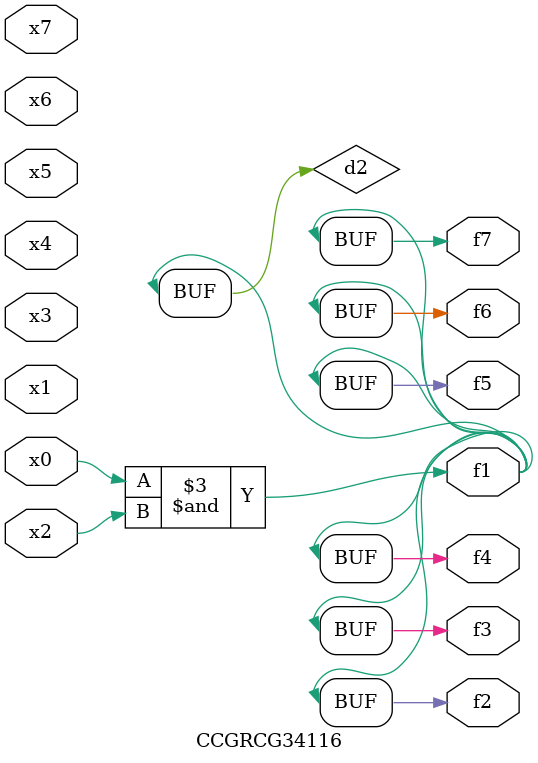
<source format=v>
module CCGRCG34116(
	input x0, x1, x2, x3, x4, x5, x6, x7,
	output f1, f2, f3, f4, f5, f6, f7
);

	wire d1, d2;

	nor (d1, x3, x6);
	and (d2, x0, x2);
	assign f1 = d2;
	assign f2 = d2;
	assign f3 = d2;
	assign f4 = d2;
	assign f5 = d2;
	assign f6 = d2;
	assign f7 = d2;
endmodule

</source>
